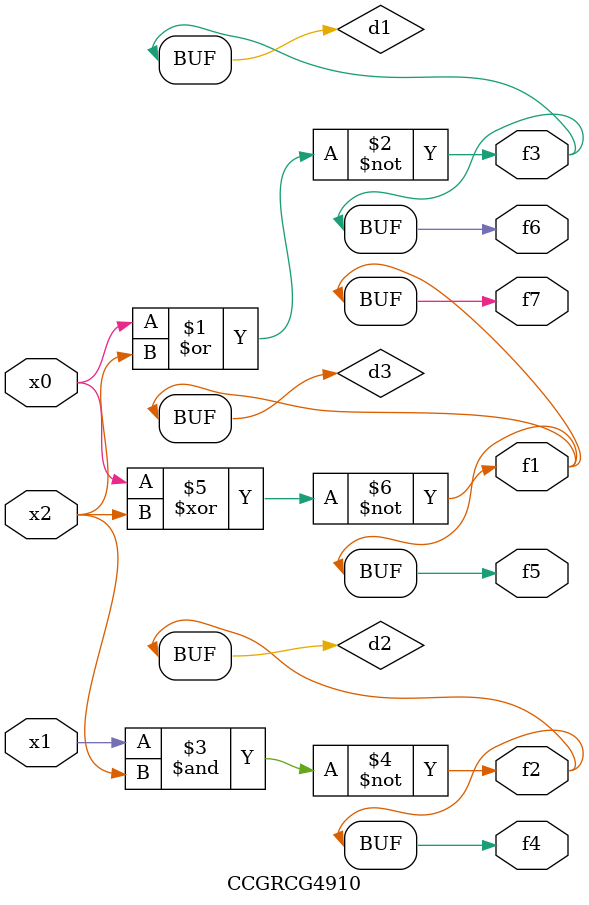
<source format=v>
module CCGRCG4910(
	input x0, x1, x2,
	output f1, f2, f3, f4, f5, f6, f7
);

	wire d1, d2, d3;

	nor (d1, x0, x2);
	nand (d2, x1, x2);
	xnor (d3, x0, x2);
	assign f1 = d3;
	assign f2 = d2;
	assign f3 = d1;
	assign f4 = d2;
	assign f5 = d3;
	assign f6 = d1;
	assign f7 = d3;
endmodule

</source>
